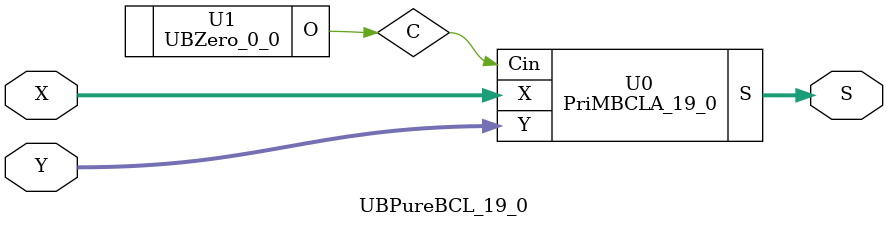
<source format=v>
/*----------------------------------------------------------------------------
  Copyright (c) 2021 Homma laboratory. All rights reserved.

  Top module: UBBCL_19_0_19_0

  Operand-1 length: 20
  Operand-2 length: 20
  Two-operand addition algorithm: Block carry look-ahead adder
----------------------------------------------------------------------------*/

module GPGenerator(Go, Po, A, B);
  output Go;
  output Po;
  input A;
  input B;
  assign Go = A & B;
  assign Po = A ^ B;
endmodule

module BCLAU_4(Go, Po, G, P, Cin);
  output Go;
  output Po;
  input Cin;
  input [3:0] G;
  input [3:0] P;
  assign Po = P[0] & P[1] & P[2] & P[3];
  assign Go = G[3] | ( P[3] & G[2] ) | ( P[3] & P[2] & G[1] ) | ( P[3] & P[2] & P[1] & G[0] );
endmodule

module BCLAlU_4(Go, Po, S, X, Y, Cin);
  output Go;
  output Po;
  output [3:0] S;
  input Cin;
  input [3:0] X;
  input [3:0] Y;
  wire [3:1] C;
  wire [3:0] G;
  wire [3:0] P;
  assign C[1] = G[0] | ( P[0] & Cin );
  assign C[2] = G[1] | ( P[1] & C[1] );
  assign C[3] = G[2] | ( P[2] & C[2] );
  assign S[0] = P[0] ^ Cin;
  assign S[1] = P[1] ^ C[1];
  assign S[2] = P[2] ^ C[2];
  assign S[3] = P[3] ^ C[3];
  GPGenerator U0 (G[0], P[0], X[0], Y[0]);
  GPGenerator U1 (G[1], P[1], X[1], Y[1]);
  GPGenerator U2 (G[2], P[2], X[2], Y[2]);
  GPGenerator U3 (G[3], P[3], X[3], Y[3]);
  BCLAU_4 U4 (Go, Po, G, P, Cin);
endmodule

module BCLAU_1(Go, Po, G, P, Cin);
  output Go;
  output Po;
  input Cin;
  input G;
  input P;
  assign Po = P;
  assign Go = G;
endmodule

module PriMBCLA_19_0(S, X, Y, Cin);
  output [20:0] S;
  input Cin;
  input [19:0] X;
  input [19:0] Y;
  wire [4:0] C1;
  wire [1:0] C2;
  wire [4:0] G1;
  wire [1:0] G2;
  wire [4:0] P1;
  wire [1:0] P2;
  assign C1[0] = C2[0];
  assign C1[1] = G1[0] | ( P1[0] & C1[0] );
  assign C1[2] = G1[1] | ( P1[1] & C1[1] );
  assign C1[3] = G1[2] | ( P1[2] & C1[2] );
  assign C1[4] = C2[1];
  assign C2[0] = Cin;
  assign C2[1] = G2[0] | ( P2[0] & C2[0] );
  assign S[20] = G2[1] | ( P2[1] & C2[1] );
  BCLAlU_4 U0 (G1[0], P1[0], S[3:0], X[3:0], Y[3:0], C1[0]);
  BCLAlU_4 U1 (G1[1], P1[1], S[7:4], X[7:4], Y[7:4], C1[1]);
  BCLAlU_4 U2 (G1[2], P1[2], S[11:8], X[11:8], Y[11:8], C1[2]);
  BCLAlU_4 U3 (G1[3], P1[3], S[15:12], X[15:12], Y[15:12], C1[3]);
  BCLAlU_4 U4 (G1[4], P1[4], S[19:16], X[19:16], Y[19:16], C1[4]);
  BCLAU_4 U5 (G2[0], P2[0], G1[3:0], P1[3:0], C2[0]);
  BCLAU_1 U6 (G2[1], P2[1], G1[4], P1[4], C2[1]);
endmodule

module UBZero_0_0(O);
  output [0:0] O;
  assign O[0] = 0;
endmodule

module UBBCL_19_0_19_0 (S, X, Y);
  output [20:0] S;
  input [19:0] X;
  input [19:0] Y;
  UBPureBCL_19_0 U0 (S[20:0], X[19:0], Y[19:0]);
endmodule

module UBPureBCL_19_0 (S, X, Y);
  output [20:0] S;
  input [19:0] X;
  input [19:0] Y;
  wire C;
  PriMBCLA_19_0 U0 (S, X, Y, C);
  UBZero_0_0 U1 (C);
endmodule


</source>
